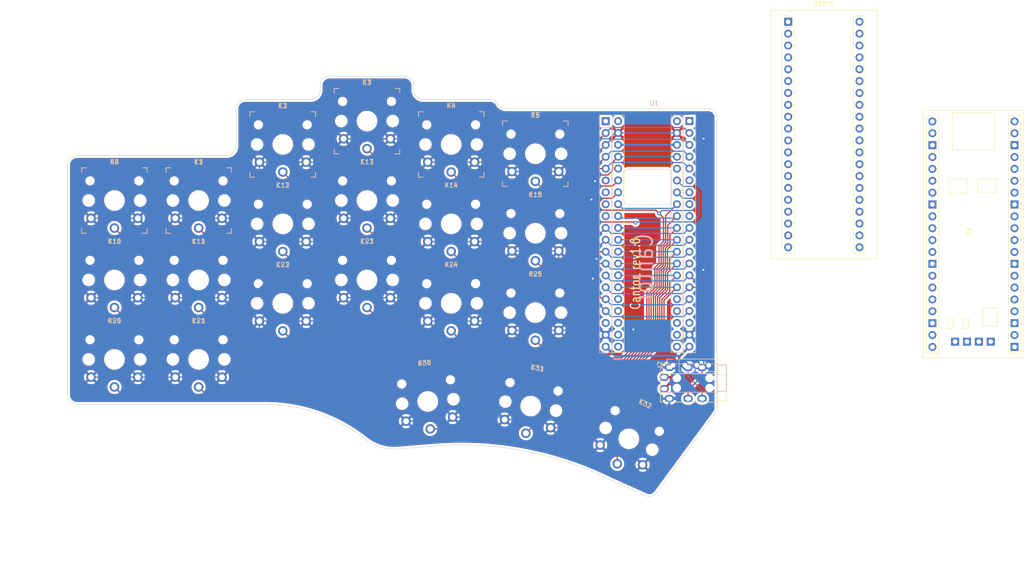
<source format=kicad_pcb>
(kicad_pcb (version 20211014) (generator pcbnew)
  (title_block (rev "rev1.0"))
  (layers (0 "F.Cu" signal) (31 "B.Cu" signal) (34 "B.Paste" user) (35 "F.Paste" user) (36 "B.SilkS" user "B.Silkscreen") (37 "F.SilkS" user "F.Silkscreen") (38 "B.Mask" user) (39 "F.Mask" user) (44 "Edge.Cuts" user))
  (net 0 "")
  (net 1 "+3V3")
  (net 2 "GND")
  (net 3 "/TX")
  (net 4 "/RX")
  (net 5 "/k00")
  (net 6 "/k01")
  (net 7 "/k02")
  (net 8 "/k03")
  (net 9 "/k04")
  (net 10 "/k05")
  (net 11 "/k10")
  (net 12 "/k11")
  (net 13 "/k12")
  (net 14 "/k13")
  (net 15 "/k14")
  (net 16 "/k15")
  (net 17 "/k20")
  (net 18 "/k21")
  (net 19 "/k22")
  (net 20 "/k23")
  (net 21 "/k24")
  (net 22 "/k25")
  (net 23 "/k30")
  (net 24 "/k31")
  (net 25 "/k32")
  (net 40 "unconnected-(U1-Pad38)")
  (net 41 "unconnected-(U1-Pad37)")
  (net 42 "unconnected-(U1-Pad35)")
  (net 43 "unconnected-(U1-Pad34)")
  (net 44 "unconnected-(U1-Pad33)")
  (net 45 "unconnected-(U1-Pad32)")
  (net 46 "unconnected-(U1-Pad31)")
  (net 47 "unconnected-(U1-Pad30)")
  (net 48 "unconnected-(U1-Pad29)")
  (net 49 "unconnected-(U1-Pad28)")
  (net 50 "unconnected-(U1-Pad27)")
  (net 51 "unconnected-(U1-Pad26)")
  (net 54 "unconnected-(U1-Pad17)")
  (net 55 "unconnected-(U1-Pad16)")
  (net 56 "unconnected-(U1-Pad15)")
  (net 58 "unconnected-(U1-Pad13)")
  (net 59 "unconnected-(U1-Pad12)")
  (net 60 "unconnected-(U1-Pad11)")
  (net 61 "unconnected-(U1-Pad10)")
  (net 62 "unconnected-(U1-Pad5)")
  (net 63 "unconnected-(U1-Pad4)")
  (net 64 "unconnected-(U1-Pad3)")
  (net 65 "unconnected-(U1-Pad2)")
  (net 79 "/SDA")
  (net 80 "/SCK")
  (footprint "keyswitches:SW_PG1350_reversible" (layer "F.Cu") (at 128 53)
    (fp_text reference "K3")
    (fp_text value "KEYSW")
  )
  (footprint "keyswitches:SW_PG1350_reversible" (layer "F.Cu") (at 164 94)
    (fp_text reference "K25")
    (fp_text value "KEYSW")
  )
  (footprint "keyswitches:SW_PG1350_reversible" (layer "F.Cu") (at 146 92)
    (fp_text reference "K24")
    (fp_text value "KEYSW")
  )
  (footprint "keyswitches:SW_PG1350_reversible" (layer "F.Cu") (at 92 104)
    (fp_text reference "K21")
    (fp_text value "KEYSW")
  )
  (footprint "Connector_PinSocket_2.54mm:PinSocket_1x04_P2.54mm_Vertical" (layer "F.Cu") (at 193.431 105.258 90)
    (fp_text reference "J2")
    (fp_text value "Conn_01x04_Female")
  )
  (footprint "rp2040:WeAct-RP2040-Pico" (layer "F.Cu") (at 257.683 77.216)
    (fp_text reference "U2")
    (fp_text value "WeAct-RP2040-Pico")
  )
  (footprint "keyswitches:SW_PG1350_reversible" (layer "F.Cu") (at 74 87)
    (fp_text reference "K10")
    (fp_text value "KEYSW")
  )
  (footprint "keyswitches:SW_PG1350_reversible" (layer "F.Cu") (at 92 70)
    (fp_text reference "K1")
    (fp_text value "KEYSW")
  )
  (footprint "keyswitches:SW_PG1350_reversible" (layer "F.Cu") (at 110 75)
    (fp_text reference "K12")
    (fp_text value "KEYSW")
  )
  (footprint "keyswitches:SW_PG1350_reversible" (layer "F.Cu") (at 141 113 5)
    (fp_text reference "K30")
    (fp_text value "KEYSW")
  )
  (footprint "keyswitches:SW_PG1350_reversible" (layer "F.Cu") (at 74 70)
    (fp_text reference "K0")
    (fp_text value "KEYSW")
  )
  (footprint "Footprints:YAAJ_WeAct_BlackPill_2" (layer "F.Cu") (at 218.059 31.75)
    (fp_text reference "REF**")
    (fp_text value "WeAct BlackPill" hide)
  )
  (footprint "keyswitches:SW_PG1350_reversible" (layer "F.Cu") (at 146 75)
    (fp_text reference "K14")
    (fp_text value "KEYSW")
  )
  (footprint "keyswitches:SW_PG1350_reversible" (layer "F.Cu") (at 146 58)
    (fp_text reference "K4")
    (fp_text value "KEYSW")
  )
  (footprint "keyswitches:SW_PG1350_reversible" (layer "F.Cu") (at 164 60)
    (fp_text reference "K5")
    (fp_text value "KEYSW")
  )
  (footprint "keyswitches:SW_PG1350_reversible" (layer "F.Cu") (at 128 87)
    (fp_text reference "K23")
    (fp_text value "KEYSW")
  )
  (footprint "keyswitches:SW_PG1350_reversible" (layer "F.Cu") (at 110 92)
    (fp_text reference "K22")
    (fp_text value "KEYSW")
  )
  (footprint "Keebio-Parts:TRRS-PJ-320A" (layer "F.Cu") (at 202.85 110.1 -90)
    (fp_text reference "J1")
    (fp_text value "TRRS")
  )
  (footprint "keyswitches:SW_PG1350_reversible" (layer "F.Cu") (at 110 58)
    (fp_text reference "K2")
    (fp_text value "KEYSW")
  )
  (footprint "keyswitches:SW_PG1350_reversible" (layer "F.Cu") (at 164 77)
    (fp_text reference "K15")
    (fp_text value "KEYSW")
  )
  (footprint "keyswitches:SW_PG1350_reversible" (layer "F.Cu") (at 184 121 -25)
    (fp_text reference "K32")
    (fp_text value "KEYSW")
  )
  (footprint "keyswitches:SW_PG1350_reversible" (layer "F.Cu") (at 92 87)
    (fp_text reference "K11")
    (fp_text value "KEYSW")
  )
  (footprint "Footprints:YAAJ_WeAct_BlackPill_2" (layer "F.Cu") (at 179.155 53)
    (fp_text reference "U1")
    (fp_text value "YAAJ_WeAct_BlackPill_Part_Like" hide)
  )
  (footprint "keyswitches:SW_PG1350_reversible" (layer "F.Cu") (at 74 104)
    (fp_text reference "K20")
    (fp_text value "KEYSW")
  )
  (footprint "keyswitches:SW_PG1350_reversible" (layer "F.Cu") (at 128 70)
    (fp_text reference "K13")
    (fp_text value "KEYSW")
  )
  (footprint "keyswitches:SW_PG1350_reversible" (layer "F.Cu") (at 163 114 -10)
    (fp_text reference "K31")
    (fp_text value "KEYSW")
  )
  (gr_line (start 182.9 69.9) (end 182.9 64.3) (layer "Edge.Cuts") (width 0.1))
  (gr_arc (start 201 50.4) (mid 202.272792 50.927208) (end 202.8 52.2) (layer "Edge.Cuts") (width 0.1))
  (gr_arc (start 100 50.4) (mid 100.585786 48.985786) (end 102 48.4) (layer "Edge.Cuts") (width 0.1))
  (gr_line (start 66 113.6) (end 106.5 113.6) (layer "Edge.Cuts") (width 0.1))
  (gr_line (start 189.949999 132.449999) (end 202.434044 115.487896) (layer "Edge.Cuts") (width 0.1))
  (gr_arc (start 134.5 123.175) (mid 130.930967 122.788889) (end 127.75 121.125) (layer "Edge.Cuts") (width 0.1))
  (gr_arc (start 118 45.4) (mid 118.585786 43.985786) (end 120 43.4) (layer "Edge.Cuts") (width 0.1))
  (gr_line (start 192.1 70.9) (end 183.9 70.9) (layer "Edge.Cuts") (width 0.1))
  (gr_line (start 201 50.4) (end 157.750002 50.399998) (layer "Edge.Cuts") (width 0.1))
  (gr_arc (start 182.9 64.3) (mid 183.192893 63.592893) (end 183.9 63.3) (layer "Edge.Cuts") (width 0.1))
  (gr_line (start 118 45.4) (end 118 46.4) (layer "Edge.Cuts") (width 0.1))
  (gr_line (start 138 46.4) (end 138 45.4) (layer "Edge.Cuts") (width 0.1))
  (gr_arc (start 193.1 69.9) (mid 192.807107 70.607107) (end 192.1 70.9) (layer "Edge.Cuts") (width 0.1))
  (gr_line (start 193.092893 64.3) (end 193.1 69.9) (layer "Edge.Cuts") (width 0.1))
  (gr_arc (start 202.8 114.4) (mid 202.70606 114.973899) (end 202.434044 115.487896) (layer "Edge.Cuts") (width 0.1))
  (gr_line (start 100 50.4) (end 100 58.4) (layer "Edge.Cuts") (width 0.1))
  (gr_line (start 98 60.4) (end 66 60.4) (layer "Edge.Cuts") (width 0.1))
  (gr_arc (start 136 43.4) (mid 137.414214 43.985786) (end 138 45.4) (layer "Edge.Cuts") (width 0.1))
  (gr_arc (start 118 46.4) (mid 117.414214 47.814214) (end 116 48.4) (layer "Edge.Cuts") (width 0.1))
  (gr_arc (start 66 113.6) (mid 64.585786 113.014214) (end 64 111.6) (layer "Edge.Cuts") (width 0.1))
  (gr_line (start 202.8 114.4) (end 202.8 113.2) (layer "Edge.Cuts") (width 0.1))
  (gr_line (start 141.8 122.600001) (end 134.5 123.175) (layer "Edge.Cuts") (width 0.1))
  (gr_line (start 180.129399 129.8) (end 187.513868 133.121447) (layer "Edge.Cuts") (width 0.1))
  (gr_arc (start 140 48.4) (mid 138.585786 47.814214) (end 138 46.4) (layer "Edge.Cuts") (width 0.1))
  (gr_arc (start 157.750002 50.399998) (mid 156.742216 50.132373) (end 156 49.4) (layer "Edge.Cuts") (width 0.1))
  (gr_line (start 64 62.4) (end 64 111.6) (layer "Edge.Cuts") (width 0.1))
  (gr_arc (start 192.092893 63.3) (mid 192.8 63.592893) (end 193.092893 64.3) (layer "Edge.Cuts") (width 0.1))
  (gr_arc (start 183.9 70.9) (mid 183.192893 70.607107) (end 182.9 69.9) (layer "Edge.Cuts") (width 0.1))
  (gr_line (start 136 43.4) (end 120 43.4) (layer "Edge.Cuts") (width 0.1))
  (gr_arc (start 64 62.4) (mid 64.585786 60.985786) (end 66 60.4) (layer "Edge.Cuts") (width 0.1))
  (gr_arc (start 106.5 113.600001) (mid 117.756229 115.57996) (end 127.75 121.125) (layer "Edge.Cuts") (width 0.1))
  (gr_line (start 183.9 63.3) (end 192.092893 63.3) (layer "Edge.Cuts") (width 0.1))
  (gr_line (start 116 48.4) (end 102 48.4) (layer "Edge.Cuts") (width 0.1))
  (gr_arc (start 154.3 48.4) (mid 155.286154 48.668538) (end 156 49.4) (layer "Edge.Cuts") (width 0.1))
  (gr_line (start 202.8 113.2) (end 202.8 52.2) (layer "Edge.Cuts") (width 0.1))
  (gr_arc (start 100 58.4) (mid 99.414214 59.814214) (end 98 60.4) (layer "Edge.Cuts") (width 0.1))
  (gr_arc (start 189.949999 132.449999) (mid 188.858511 133.244969) (end 187.513868 133.121447) (layer "Edge.Cuts") (width 0.1))
  (gr_line (start 154.3 48.4) (end 140 48.4) (layer "Edge.Cuts") (width 0.1))
  (gr_arc (start 141.8 122.600001) (mid 161.459797 123.564333) (end 180.129399 129.8) (layer "Edge.Cuts") (width 0.1))
  (gr_text "Cantor" (at 187.15 84.4 90) (layer "B.SilkS") (effects (font (size 4 3) (thickness 0.4)) (justify mirror)))
  (gr_text "Cantor rev1.0" (at 185.4 85.65 90) (layer "F.SilkS") (effects (font (size 2 1.5) (thickness 0.25))))
  (segment (start 193 107.8) (end 191.55 107.8) (width 0.5) (layer "F.Cu") (net 1))
  (segment (start 193 108.85) (end 191.55 110.3) (width 0.5) (layer "F.Cu") (net 1))
  (segment (start 194.75 103.445) (end 194.75 106.05) (width 0.5) (layer "F.Cu") (net 1))
  (segment (start 193.3 107.5) (end 193 107.8) (width 0.5) (layer "F.Cu") (net 1))
  (segment (start 196.935 101.26) (end 194.75 103.445) (width 0.5) (layer "F.Cu") (net 1))
  (segment (start 194.75 106.05) (end 193.3 107.5) (width 0.5) (layer "F.Cu") (net 1))
  (segment (start 193 107.8) (end 193 108.85) (width 0.5) (layer "F.Cu") (net 1))
  (segment (start 179.035 101.28) (end 181.005 103.25) (width 0.5) (layer "B.Cu") (net 1))
  (segment (start 194.945 103.25) (end 196.935 101.26) (width 0.5) (layer "B.Cu") (net 1))
  (segment (start 181.005 103.25) (end 194.945 103.25) (width 0.5) (layer "B.Cu") (net 1))
  (via (at 176.75 65.85) (size 0.8) (drill 0.4) (layers "F.Cu" "B.Cu") (net 2))
  (via (at 176.3 86.7) (size 0.8) (drill 0.4) (layers "F.Cu" "B.Cu") (net 2))
  (via (at 199.98 56.76) (size 0.8) (drill 0.4) (layers "F.Cu" "B.Cu") (net 2))
  (via (at 176 69.8) (size 0.8) (drill 0.4) (layers "F.Cu" "B.Cu") (net 2))
  (via (at 177.1 82.5) (size 0.8) (drill 0.4) (layers "F.Cu" "B.Cu") (net 2))
  (via (at 184.93 97.6) (size 0.8) (drill 0.4) (layers "F.Cu" "B.Cu") (net 2))
  (via (at 199.93 84.85) (size 0.8) (drill 0.4) (layers "F.Cu" "B.Cu") (net 2))
  (segment (start 136 56.8) (end 141 61.8) (width 0.25) (layer "B.Cu") (net 2))
  (segment (start 146.312165 116.349761) (end 156.89183 116.349761) (width 0.25) (layer "B.Cu") (net 2))
  (segment (start 194.255 55.54) (end 194.275 55.56) (width 0.25) (layer "B.Cu") (net 2))
  (segment (start 136.350218 117.221319) (end 145.440607 117.221319) (width 0.25) (layer "B.Cu") (net 2))
  (segment (start 79 90.8) (end 69 90.8) (width 0.25) (layer "B.Cu") (net 2))
  (segment (start 97 90.8) (end 100 90.8) (width 0.25) (layer "B.Cu") (net 2))
  (segment (start 115 78.8) (end 118 78.8) (width 0.25) (layer "B.Cu") (net 2))
  (segment (start 192.664511 99.914511) (end 195.740489 99.914511) (width 0.25) (layer "B.Cu") (net 2))
  (segment (start 115 95.8) (end 118 95.8) (width 0.25) (layer "B.Cu") (net 2))
  (segment (start 195.740489 99.914511) (end 196.935 98.72) (width 0.25) (layer "B.Cu") (net 2))
  (segment (start 196.10601 103.75) (end 197.25 103.75) (width 0.25) (layer "B.Cu") (net 2))
  (segment (start 79 107.8) (end 69 107.8) (width 0.25) (layer "B.Cu") (net 2))
  (segment (start 83.2 91.8) (end 86 91.8) (width 0.25) (layer "B.Cu") (net 2))
  (segment (start 87 107.8) (end 97 107.8) (width 0.25) (layer "B.Cu") (net 2))
  (segment (start 194.15601 105.7) (end 192.65 105.7) (width 0.25) (layer "B.Cu") (net 2))
  (segment (start 107.7 86.110114) (end 101.75 92.060114) (width 0.25) (layer "B.Cu") (net 2))
  (segment (start 136 90.8) (end 141 95.8) (width 0.25) (layer "B.Cu") (net 2))
  (segment (start 193.6 112.4) (end 192.65 112.4) (width 0.25) (layer "B.Cu") (net 2))
  (segment (start 154.55 78.7) (end 154.45 78.8) (width 0.25) (layer "B.Cu") (net 2))
  (segment (start 151 61.8) (end 154.55 61.8) (width 0.25) (layer "B.Cu") (net 2))
  (segment (start 87 73.8) (end 86 74.8) (width 0.25) (layer "B.Cu") (net 2))
  (segment (start 157 78.8) (end 159 80.8) (width 0.25) (layer "B.Cu") (net 2))
  (segment (start 118 78.8) (end 123 73.8) (width 0.25) (layer "B.Cu") (net 2))
  (segment (start 79 73.8) (end 69 73.8) (width 0.25) (layer "B.Cu") (net 2))
  (segment (start 141 78.8) (end 151 78.8) (width 0.25) (layer "B.Cu") (net 2))
  (segment (start 97 73.8) (end 105 65.8) (width 0.25) (layer "B.Cu") (net 2))
  (segment (start 155.55 95.8) (end 157 95.8) (width 0.25) (layer "B.Cu") (net 2))
  (segment (start 159 63.8) (end 169 63.8) (width 0.25) (layer "B.Cu") (net 2))
  (segment (start 195.5 110.5) (end 195.5 107.7) (width 0.25) (layer "B.Cu") (net 2))
  (segment (start 189.25 119.25) (end 184.434264 124.065736) (width 0.25) (layer "B.Cu") (net 2))
  (segment (start 80 74.8) (end 79 73.8) (width 0.25) (layer "B.Cu") (net 2))
  (segment (start 154.55 61.8) (end 154.55 78.7) (width 0.25) (layer "B.Cu") (net 2))
  (segment (start 86 74.8) (end 80 74.8) (width 0.25) (layer "B.Cu") (net 2))
  (segment (start 101.689886 92.060114) (end 101.475 92.275) (width 0.25) (layer "B.Cu") (net 2))
  (segment (start 133 73.8) (end 136 73.8) (width 0.25) (layer "B.Cu") (net 2))
  (segment (start 118 95.8) (end 123 90.8) (width 0.25) (layer "B.Cu") (net 2))
  (segment (start 178.095 97.8) (end 179.035 98.74) (width 0.25) (layer "B.Cu") (net 2))
  (segment (start 180.209511 99.914511) (end 192.664511 99.914511) (width 0.25) (layer "B.Cu") (net 2))
  (segment (start 105 65.8) (end 105 61.8) (width 0.25) (layer "B.Cu") (net 2))
  (segment (start 83.2 91.8) (end 82.2 90.8) (width 0.25) (layer "B.Cu") (net 2))
  (segment (start 195.5 107.7) (end 193.5 105.7) (width 0.25) (layer "B.Cu") (net 2))
  (segment (start 189.25 116.85) (end 192.65 113.45) (width 0.25) (layer "B.Cu") (net 2))
  (segment (start 87 73.8) (end 97 73.8) (width 0.25) (layer "B.Cu") (net 2))
  (segment (start 105 95.8) (end 115 95.8) (width 0.25) (layer "B.Cu") (net 2))
  (segment (start 100 73.8) (end 105 78.8) (width 0.25) (layer "B.Cu") (net 2))
  (segment (start 172.13949 118.61051) (end 172.13949 105.63551) (width 0.25) (layer "B.Cu") (net 2))
  (segment (start 169 63.8) (end 176.03 56.77) (width 0.25) (layer "B.Cu") (net 2))
  (segment (start 165.527695 116.874029) (end 167.264176 118.61051) (width 0.25) (layer "B.Cu") (net 2))
  (segment (start 87 90.8) (end 97 90.8) (width 0.25) (layer "B.Cu") (net 2))
  (segment (start 100 90.8) (end 101.475 92.275) (width 0.25) (layer "B.Cu") (net 2))
  (segment (start 79 107.8) (end 87 107.8) (width 0.25) (layer "B.Cu") (net 2))
  (segment (start 174.142144 118.61051) (end 177.862512 122.330878) (width 0.25) (layer "B.Cu") (net 2))
  (segment (start 123 90.8) (end 133 90.8) (width 0.25) (layer "B.Cu") (net 2))
  (segment (start 105 99.8) (end 105 95.8) (width 0.25) (layer "B.Cu") (net 2))
  (segment (start 155.55 78.8) (end 155.55 95.8) (width 0.25) (layer "B.Cu") (net 2))
  (segment (start 101.475 92.275) (end 105 95.8) (width 0.25) (layer "B.Cu") (net 2))
  (segment (start 157 95.8) (end 159 97.8) (width 0.25) (layer "B.Cu") (net 2))
  (segment (start 151 95.8) (end 155.55 95.8) (width 0.25) (layer "B.Cu") (net 2))
  (segment (start 107.7 78.8) (end 107.7 86.110114) (width 0.25) (layer "B.Cu") (net 2))
  (segment (start 179.729282 56.77) (end 180.959282 55.54) (width 0.25) (layer "B.Cu") (net 2))
  (segment (start 169 83.5) (end 174.55 89.05) (width 0.25) (layer "B.Cu") (net 2))
  (segment (start 97 73.8) (end 100 73.8) (width 0.25) (layer "B.Cu") (net 2))
  (segment (start 157 61.8) (end 159 63.8) (width 0.25) (layer "B.Cu") (net 2))
  (segment (start 86 91.8) (end 87 90.8) (width 0.25) (layer "B.Cu") (net 2))
  (segment (start 193.5 105.7) (end 192.65 105.7) (width 0.25) (layer "B.Cu") (net 2))
  (segment (start 198.75 100.535) (end 196.935 98.72) (width 0.25) (layer "B.Cu") (net 2))
  (segment (start 101.75 92.060114) (end 101.689886 92.060114) (width 0.25) (layer "B.Cu") (net 2))
  (segment (start 181.695 55.54) (end 194.255 55.54) (width 0.25) (layer "B.Cu") (net 2))
  (segment (start 192.65 113.45) (end 192.65 112.4) (width 0.25) (layer "B.Cu") (net 2))
  (segment (start 141 95.8) (end 151 95.8) (width 0.25) (layer "B.Cu") (net 2))
  (segment (start 167.264176 118.61051) (end 172.13949 118.61051) (width 0.25) (layer "B.Cu") (net 2))
  (segment (start 169 80.8) (end 169 83.5) (width 0.25) (layer "B.Cu") (net 2))
  (segment (start 157.416098 116.874029) (end 165.527695 116.874029) (width 0.25) (layer "B.Cu") (net 2))
  (segment (start 123 56.8) (end 133 56.8) (width 0.25) (layer "B.Cu") (net 2))
  (segment (start 136 73.8) (end 141 78.8) (width 0.25) (layer "B.Cu") (net 2))
  (segment (start 145.440607 117.221319) (end 146.312165 116.349761) (width 0.25) (layer "B.Cu") (net 2))
  (segment (start 184.434264 124.065736) (end 186.92559 126.557061) (width 0.25) (layer "B.Cu") (net 2))
  (segment (start 172.13949 105.63551) (end 179.035 98.74) (width 0.25) (layer "B.Cu") (net 2))
  (segment (start 172.13949 118.61051) (end 174.142144 118.61051) (width 0.25) (layer "B.Cu") (net 2))
  (segment (start 141 61.8) (end 151 61.8) (width 0.25) (layer "B.Cu") (net 2))
  (segment (start 154.45 78.8) (end 155.55 78.8) (width 0.25) (layer "B.Cu") (net 2))
  (segment (start 195.5 110.5) (end 193.6 112.4) (width 0.25) (layer "B.Cu") (net 2))
  (segment (start 82.2 90.8) (end 79 90.8) (width 0.25) (layer "B.Cu") (net 2))
  (segment (start 174.55 97.8) (end 178.095 97.8) (width 0.25) (layer "B.Cu") (net 2))
  (segment (start 151 78.8) (end 154.45 78.8) (width 0.25) (layer "B.Cu") (net 2))
  (segment (start 154.55 61.8) (end 157 61.8) (width 0.25) (layer "B.Cu") (net 2))
  (segment (start 193.2 112.3) (end 192.6625 112.3) (width 0.25) (layer "B.Cu") (net 2))
  (segment (start 177.862512 122.330878) (end 178.878511 123.346877) (width 0.25) (layer "B.Cu") (net 2))
  (segment (start 174.55 89.05) (end 174.55 97.8) (width 0.25) (layer "B.Cu") (net 2))
  (segment (start 169 97.8) (end 174.55 97.8) (width 0.25) (layer "B.Cu") (net 2))
  (segment (start 196.10601 103.75) (end 194.15601 105.7) (width 0.25) (layer "B.Cu") (net 2))
  (segment (start 118 61.8) (end 123 56.8) (width 0.25) (layer "B.Cu") (net 2))
  (segment (start 156.89183 116.349761) (end 157.416098 116.874029) (width 0.25) (layer "B.Cu") (net 2))
  (segment (start 105 61.8) (end 115 61.8) (width 0.25) (layer "B.Cu") (net 2))
  (segment (start 179.035 98.74) (end 180.209511 99.914511) (width 0.25) (layer "B.Cu") (net 2))
  (segment (start 178.878511 123.346877) (end 183.715406 123.346877) (width 0.25) (layer "B.Cu") (net 2))
  (segment (start 192.65 99.929022) (end 192.664511 99.914511) (width 0.25) (layer "B.Cu") (net 2))
  (segment (start 155.55 78.8) (end 157 78.8) (width 0.25) (layer "B.Cu") (net 2))
  (segment (start 107.7 78.8) (end 115 78.8) (width 0.25) (layer "B.Cu") (net 2))
  (segment (start 123 73.8) (end 133 73.8) (width 0.25) (layer "B.Cu") (net 2))
  (segment (start 159 97.8) (end 169 97.8) (width 0.25) (layer "B.Cu") (net 2))
  (segment (start 115 61.8) (end 118 61.8) (width 0.25) (layer "B.Cu") (net 2))
  (segment (start 183.715406 123.346877) (end 184.434264 124.065736) (width 0.25) (layer "B.Cu") (net 2))
  (segment (start 180.959282 55.54) (end 181.695 55.54) (width 0.25) (layer "B.Cu") (net 2))
  (segment (start 133 90.8) (end 136 90.8) (width 0.25) (layer "B.Cu") (net 2))
  (segment (start 189.25 116.85) (end 189.25 119.25) (width 0.25) (layer "B.Cu") (net 2))
  (segment (start 159 80.8) (end 169 80.8) (width 0.25) (layer "B.Cu") (net 2))
  (segment (start 197.25 103.75) (end 198.75 102.25) (width 0.25) (layer "B.Cu") (net 2))
  (segment (start 198.75 102.25) (end 198.75 100.535) (width 0.25) (layer "B.Cu") (net 2))
  (segment (start 133 56.8) (end 136 56.8) (width 0.25) (layer "B.Cu") (net 2))
  (segment (start 176.03 56.77) (end 179.729282 56.77) (width 0.25) (layer "B.Cu") (net 2))
  (segment (start 105 78.8) (end 107.7 78.8) (width 0.25) (layer "B.Cu") (net 2))
  (segment (start 97 107.8) (end 105 99.8) (width 0.25) (layer "B.Cu") (net 2))
  (segment (start 200 105.35) (end 199.65 105.7) (width 0.25) (layer "F.Cu") (net 3))
  (segment (start 196.65 110.6) (end 196.65 112.4) (width 0.25) (layer "F.Cu") (net 3))
  (segment (start 199.65 107.6) (end 199.65 105.7) (width 0.25) (layer "F.Cu") (net 3))
  (segment (start 199.65 107.6) (end 196.65 110.6) (width 0.25) (layer "F.Cu") (net 3))
  (segment (start 196.935 86.02) (end 200 89.085) (width 0.25) (layer "F.Cu") (net 3))
  (segment (start 200 89.085) (end 200 105.35) (width 0.25) (layer "F.Cu") (net 3))
  (segment (start 193.786995 87.213005) (end 193.788501 87.214511) (width 0.25) (layer "B.Cu") (net 3))
  (segment (start 179.035 86.04) (end 180.208005 87.213005) (width 0.25) (layer "B.Cu") (net 3))
  (segment (start 195.740489 87.214511) (end 196.935 86.02) (width 0.25) (layer "B.Cu") (net 3))
  (segment (start 193.788501 87.214511) (end 195.740489 87.214511) (width 0.25) (layer "B.Cu") (net 3))
  (segment (start 180.208005 87.213005) (end 193.786995 87.213005) (width 0.25) (layer "B.Cu") (net 3))
  (segment (start 181.695 58.08) (end 194.255 58.08) (width 0.5) (layer "B.Cu") (net 40))
  (segment (start 194.255 58.08) (end 194.275 58.1) (width 0.25) (layer "B.Cu") (net 40))
  (segment (start 115.385718 66.5) (end 106 66.5) (width 0.25) (layer "F.Cu") (net 41))
  (segment (start 180.5 63.566988) (end 179.521499 64.545489) (width 0.25) (layer "F.Cu") (net 41))
  (segment (start 101.25 73.75) (end 97.19952 77.80048) (width 0.25) (layer "F.Cu") (net 41))
  (segment (start 176.400947 64.545489) (end 171.496915 69.44952) (width 0.25) (layer "F.Cu") (net 41))
  (segment (start 181.695 60.62) (end 180.5 61.815) (width 0.25) (layer "F.Cu") (net 41))
  (segment (start 180.5 61.815) (end 180.5 63.566988) (width 0.25) (layer "F.Cu") (net 41))
  (segment (start 97.19952 77.80048) (end 94.90048 77.80048) (width 0.25) (layer "F.Cu") (net 41))
  (segment (start 141.067859 66.817859) (end 136.69952 62.44952) (width 0.25) (layer "F.Cu") (net 41))
  (segment (start 156.682141 66.817859) (end 141.067859 66.817859) (width 0.25) (layer "F.Cu") (net 41))
  (segment (start 179.521499 64.545489) (end 176.400947 64.545489) (width 0.25) (layer "F.Cu") (net 41))
  (segment (start 93.9 77.8) (end 92 75.9) (width 0.25) (layer "F.Cu") (net 41))
  (segment (start 94.90048 77.80048) (end 94.9 77.8) (width 0.25) (layer "F.Cu") (net 41))
  (segment (start 106 66.5) (end 101.25 71.25) (width 0.25) (layer "F.Cu") (net 41))
  (segment (start 101.25 71.25) (end 101.25 73.75) (width 0.25) (layer "F.Cu") (net 41))
  (segment (start 119.436198 62.44952) (end 115.385718 66.5) (width 0.25) (layer "F.Cu") (net 41))
  (segment (start 94.9 77.8) (end 93.9 77.8) (width 0.25) (layer "F.Cu") (net 41))
  (segment (start 136.69952 62.44952) (end 119.436198 62.44952) (width 0.25) (layer "F.Cu") (net 41))
  (segment (start 171.496915 69.44952) (end 159.313803 69.44952) (width 0.25) (layer "F.Cu") (net 41))
  (segment (start 159.313803 69.44952) (end 156.682141 66.817859) (width 0.25) (layer "F.Cu") (net 41))
  (segment (start 194.255 60.62) (end 194.275 60.64) (width 0.25) (layer "B.Cu") (net 41))
  (segment (start 181.695 60.62) (end 194.255 60.62) (width 0.25) (layer "B.Cu") (net 41))
  (segment (start 76.35 78.25) (end 74 75.9) (width 0.25) (layer "F.Cu") (net 42))
  (segment (start 115.571915 66.94952) (end 106.186198 66.94952) (width 0.25) (layer "F.Cu") (net 42))
  (segment (start 176.384072 74.6) (end 171.683112 69.89904) (width 0.25) (layer "F.Cu") (net 42))
  (segment (start 159.127604 69.89904) (end 156.495943 67.267379) (width 0.25) (layer "F.Cu") (net 42))
  (segment (start 101.69952 71.436198) (end 101.69952 73.936198) (width 0.25) (layer "F.Cu") (net 42))
  (segment (start 181.695 65.7) (end 180.500489 66.894511) (width 0.25) (layer "F.Cu") (net 42))
  (segment (start 140.767379 67.267379) (end 136.39904 62.89904) (width 0.25) (layer "F.Cu") (net 42))
  (segment (start 119.622396 62.89904) (end 115.571915 66.94952) (width 0.25) (layer "F.Cu") (net 42))
  (segment (start 174.687642 66.894511) (end 171.683112 69.89904) (width 0.25) (layer "F.Cu") (net 42))
  (segment (start 97.385717 78.25) (end 76.35 78.25) (width 0.25) (layer "F.Cu") (net 42))
  (segment (start 156.495943 67.267379) (end 140.767379 67.267379) (width 0.25) (layer "F.Cu") (net 42))
  (segment (start 185.28 74.6) (end 176.384072 74.6) (width 0.25) (layer "F.Cu") (net 42))
  (segment (start 185.42 74.74) (end 185.28 74.6) (width 0.25) (layer "F.Cu") (net 42))
  (segment (start 171.683112 69.89904) (end 159.127604 69.89904) (width 0.25) (layer "F.Cu") (net 42))
  (segment (start 136.39904 62.89904) (end 119.622396 62.89904) (width 0.25) (layer "F.Cu") (net 42))
  (segment (start 101.69952 73.936198) (end 97.385717 78.25) (width 0.25) (layer "F.Cu") (net 42))
  (segment (start 106.186198 66.94952) (end 101.69952 71.436198) (width 0.25) (layer "F.Cu") (net 42))
  (segment (start 180.500489 66.894511) (end 174.687642 66.894511) (width 0.25) (layer "F.Cu") (net 42))
  (via (at 185.42 74.74) (size 0.8) (drill 0.4) (layers "F.Cu" "B.Cu") (net 42))
  (segment (start 197.63 74.59) (end 185.57 74.59) (width 0.25) (layer "B.Cu") (net 42))
  (segment (start 197.63 66.97) (end 198.95 68.29) (width 0.25) (layer "B.Cu") (net 42))
  (segment (start 194.275 65.72) (end 195.525 66.97) (width 0.25) (layer "B.Cu") (net 42))
  (segment (start 198.95 73.27) (end 197.63 74.59) (width 0.25) (layer "B.Cu") (net 42))
  (segment (start 198.95 68.29) (end 198.95 73.27) (width 0.25) (layer "B.Cu") (net 42))
  (segment (start 195.525 66.97) (end 197.63 66.97) (width 0.25) (layer "B.Cu") (net 42))
  (segment (start 185.57 74.59) (end 185.42 74.74) (width 0.25) (layer "B.Cu") (net 42))
  (segment (start 191.406081 78.746049) (end 190.452401 79.69973) (width 0.25) (layer "F.Cu") (net 43))
  (segment (start 189.563002 88.032811) (end 187.85096 89.744855) (width 0.25) (layer "F.Cu") (net 43))
  (segment (start 178.473012 69.51) (end 180.425 69.51) (width 0.25) (layer "F.Cu") (net 43))
  (segment (start 187.85096 98.39904) (end 182.54808 103.70192) (width 0.25) (layer "F.Cu") (net 43))
  (segment (start 177.72 70.263012) (end 178.473012 69.51) (width 0.25) (layer "F.Cu") (net 43))
  (segment (start 190.452401 79.69973) (end 190.452401 83.469011) (width 0.25) (layer "F.Cu") (net 43))
  (segment (start 187.85096 89.744855) (end 187.85096 98.39904) (width 0.25) (layer "F.Cu") (net 43))
  (segment (start 191.406081 73.706081) (end 191.406081 78.746049) (width 0.25) (layer "F.Cu") (net 43))
  (segment (start 189.76 72.06) (end 178.33 72.06) (width 0.25) (layer "F.Cu") (net 43))
  (segment (start 180.425 69.51) (end 181.695 68.24) (width 0.25) (layer "F.Cu") (net 43))
  (segment (start 167.80192 103.70192) (end 164 99.9) (width 0.25) (layer "F.Cu") (net 43))
  (segment (start 190.45 72.75) (end 191.406081 73.706081) (width 0.25) (layer "F.Cu") (net 43))
  (segment (start 182.54808 103.70192) (end 167.80192 103.70192) (width 0.25) (layer "F.Cu") (net 43))
  (segment (start 177.72 71.45) (end 177.72 70.263012) (width 0.25) (layer "F.Cu") (net 43))
  (segment (start 190.45 72.75) (end 189.76 72.06) (width 0.25) (layer "F.Cu") (net 43))
  (segment (start 190.452401 83.469011) (end 189.563003 84.35841) (width 0.25) (layer "F.Cu") (net 43))
  (segment (start 178.33 72.06) (end 177.72 71.45) (width 0.25) (layer "F.Cu") (net 43))
  (segment (start 189.563003 84.35841) (end 189.563002 88.032811) (width 0.25) (layer "F.Cu") (net 43))
  (via (at 190.45 72.75) (size 0.8) (drill 0.4) (layers "F.Cu" "B.Cu") (net 43))
  (segment (start 198.31 70.26) (end 197.57 69.52) (width 0.25) (layer "B.Cu") (net 43))
  (segment (start 198.31 71.36) (end 198.31 70.26) (width 0.25) (layer "B.Cu") (net 43))
  (segment (start 197.53 72.14) (end 198.31 71.36) (width 0.25) (layer "B.Cu") (net 43))
  (segment (start 197.57 69.52) (end 195.535 69.52) (width 0.25) (layer "B.Cu") (net 43))
  (segment (start 194.255 68.24) (end 194.275 68.26) (width 0.25) (layer "B.Cu") (net 43))
  (segment (start 190.45 72.75) (end 191.06 72.14) (width 0.25) (layer "B.Cu") (net 43))
  (segment (start 195.535 69.52) (end 194.275 68.26) (width 0.25) (layer "B.Cu") (net 43))
  (segment (start 191.06 72.14) (end 197.53 72.14) (width 0.25) (layer "B.Cu") (net 43))
  (segment (start 190.012523 84.544607) (end 190.012522 88.219009) (width 0.25) (layer "F.Cu") (net 44))
  (segment (start 152.25144 104.15144) (end 146 97.9) (width 0.25) (layer "F.Cu") (net 44))
  (segment (start 182.827124 104.15144) (end 152.25144 104.15144) (width 0.25) (layer "F.Cu") (net 44))
  (segment (start 188.30048 98.678084) (end 182.827124 104.15144) (width 0.25) (layer "F.Cu") (net 44))
  (segment (start 194.275 70.8) (end 191.855601 73.219399) (width 0.25) (layer "F.Cu") (net 44))
  (segment (start 190.90192 83.65521) (end 190.012523 84.544607) (width 0.25) (layer "F.Cu") (net 44))
  (segment (start 191.855601 73.219399) (end 191.855601 78.932247) (width 0.25) (layer "F.Cu") (net 44))
  (segment (start 190.012522 88.219009) (end 188.30048 89.931052) (width 0.25) (layer "F.Cu") (net 44))
  (segment (start 191.855601 78.932247) (end 190.901921 79.885927) (width 0.25) (layer "F.Cu") (net 44))
  (segment (start 190.901921 79.885927) (end 190.90192 83.65521) (width 0.25) (layer "F.Cu") (net 44))
  (segment (start 188.30048 89.931052) (end 188.30048 98.678084) (width 0.25) (layer "F.Cu") (net 44))
  (segment (start 193.395 71.68) (end 194.275 70.8) (width 0.25) (layer "B.Cu") (net 44))
  (segment (start 182.595 71.68) (end 193.395 71.68) (width 0.25) (layer "B.Cu") (net 44))
  (segment (start 194.255 70.78) (end 194.275 70.8) (width 0.25) (layer "B.Cu") (net 44))
  (segment (start 181.695 70.78) (end 182.595 71.68) (width 0.25) (layer "B.Cu") (net 44))
  (segment (start 194.275 73.34) (end 192.305121 75.309879) (width 0.25) (layer "F.Cu") (net 45))
  (segment (start 192.305121 79.118444) (end 191.35144 80.072126) (width 0.25) (layer "F.Cu") (net 45))
  (segment (start 191.35144 80.072126) (end 191.35144 83.841407) (width 0.25) (layer "F.Cu") (net 45))
  (segment (start 183.013322 104.60096) (end 139.70096 104.60096) (width 0.25) (layer "F.Cu") (net 45))
  (segment (start 192.305121 75.309879) (end 192.305121 79.118444) (width 0.25) (layer "F.Cu") (net 45))
  (segment (start 188.75 90.117249) (end 188.75 98.864282) (width 0.25) (layer "F.Cu") (net 45))
  (segment (start 190.462042 84.730806) (end 190.462042 88.405207) (width 0.25) (layer "F.Cu") (net 45))
  (segment (start 190.462042 88.405207) (end 188.75 90.117249) (width 0.25) (layer "F.Cu") (net 45))
  (segment (start 139.70096 104.60096) (end 128 92.9) (width 0.25) (layer "F.Cu") (net 45))
  (segment (start 191.35144 83.841407) (end 190.462042 84.730806) (width 0.25) (layer "F.Cu") (net 45))
  (segment (start 188.75 98.864282) (end 183.013322 104.60096) (width 0.25) (layer "F.Cu") (net 45))
  (segment (start 181.695 73.32) (end 182.135 73.76) (width 0.25) (layer "B.Cu") (net 45))
  (segment (start 182.135 73.76) (end 193.855 73.76) (width 0.25) (layer "B.Cu") (net 45))
  (segment (start 193.855 73.76) (end 194.275 73.34) (width 0.25) (layer "B.Cu") (net 45))
  (segment (start 135.436197 101.05048) (end 113.15048 101.05048) (width 0.25) (layer "F.Cu") (net 46))
  (segment (start 192.754641 77.400359) (end 192.754641 79.304641) (width 0.25) (layer "F.Cu") (net 46))
  (segment (start 139.436197 105.05048) (end 135.436197 101.05048) (width 0.25) (layer "F.Cu") (net 46))
  (segment (start 191.80096 84.027605) (end 190.911562 84.917003) (width 0.25) (layer "F.Cu") (net 46))
  (segment (start 190.911562 84.917003) (end 190.911561 88.591406) (width 0.25) (layer "F.Cu") (net 46))
  (segment (start 189.25 90.252967) (end 189.25 99) (width 0.25) (layer "F.Cu") (net 46))
  (segment (start 113.15048 101.05048) (end 110 97.9) (width 0.25) (layer "F.Cu") (net 46))
  (segment (start 183.19952 105.05048) (end 139.436197 105.05048) (width 0.25) (layer "F.Cu") (net 46))
  (segment (start 189.25 99) (end 183.19952 105.05048) (width 0.25) (layer "F.Cu") (net 46))
  (segment (start 191.80096 80.258323) (end 191.80096 84.027605) (width 0.25) (layer "F.Cu") (net 46))
  (segment (start 190.911561 88.591406) (end 189.25 90.252967) (width 0.25) (layer "F.Cu") (net 46))
  (segment (start 194.275 75.88) (end 192.754641 77.400359) (width 0.25) (layer "F.Cu") (net 46))
  (segment (start 192.754641 79.304641) (end 191.80096 80.258323) (width 0.25) (layer "F.Cu") (net 46))
  (segment (start 194.255 75.86) (end 194.275 75.88) (width 0.25) (layer "B.Cu") (net 46))
  (segment (start 181.695 75.86) (end 194.255 75.86) (width 0.25) (layer "B.Cu") (net 46))
  (segment (start 191.361081 85.103202) (end 191.361081 88.777604) (width 0.25) (layer "F.Cu") (net 47))
  (segment (start 191.361081 88.777604) (end 189.70192 90.436765) (width 0.25) (layer "F.Cu") (net 47))
  (segment (start 183.457128 105.5) (end 139.25 105.5) (width 0.25) (layer "F.Cu") (net 47))
  (segment (start 135.25 101.5) (end 108 101.5) (width 0.25) (layer "F.Cu") (net 47))
  (segment (start 189.70192 99.255208) (end 183.457128 105.5) (width 0.25) (layer "F.Cu") (net 47))
  (segment (start 108 101.5) (end 98.44952 111.05048) (width 0.25) (layer "F.Cu") (net 47))
  (segment (start 139.25 105.5) (end 135.25 101.5) (width 0.25) (layer "F.Cu") (net 47))
  (segment (start 194.275 78.42) (end 192.25048 80.44452) (width 0.25) (layer "F.Cu") (net 47))
  (segment (start 93.15048 111.05048) (end 92 109.9) (width 0.25) (layer "F.Cu") (net 47))
  (segment (start 192.25048 84.213802) (end 191.361081 85.103202) (width 0.25) (layer "F.Cu") (net 47))
  (segment (start 189.70192 90.436765) (end 189.70192 99.255208) (width 0.25) (layer "F.Cu") (net 47))
  (segment (start 98.44952 111.05048) (end 93.15048 111.05048) (width 0.25) (layer "F.Cu") (net 47))
  (segment (start 192.25048 80.44452) (end 192.25048 84.213802) (width 0.25) (layer "F.Cu") (net 47))
  (segment (start 194.255 78.4) (end 194.275 78.42) (width 0.25) (layer "B.Cu") (net 47))
  (segment (start 181.695 78.4) (end 194.255 78.4) (width 0.25) (layer "B.Cu") (net 47))
  (segment (start 191.810601 85.289399) (end 191.810601 88.963802) (width 0.25) (layer "F.Cu") (net 48))
  (segment (start 183.592846 106) (end 139.114282 106) (width 0.25) (layer "F.Cu") (net 48))
  (segment (start 190.15144 99.441406) (end 183.592846 106) (width 0.25) (layer "F.Cu") (net 48))
  (segment (start 191.810601 88.963802) (end 190.15144 90.622963) (width 0.25) (layer "F.Cu") (net 48))
  (segment (start 190.15144 90.622963) (end 190.15144 99.441406) (width 0.25) (layer "F.Cu") (net 48))
  (segment (start 139.114282 106) (end 135.063802 101.94952) (width 0.25) (layer "F.Cu") (net 48))
  (segment (start 75.6 111.5) (end 74 109.9) (width 0.25) (layer "F.Cu") (net 48))
  (segment (start 192.7 84.4) (end 191.810601 85.289399) (width 0.25) (layer "F.Cu") (net 48))
  (segment (start 192.7 82.535) (end 192.7 84.4) (width 0.25) (layer "F.Cu") (net 48))
  (segment (start 108.30048 101.94952) (end 98.75 111.5) (width 0.25) (layer "F.Cu") (net 48))
  (segment (start 98.75 111.5) (end 75.6 111.5) (width 0.25) (layer "F.Cu") (net 48))
  (segment (start 194.275 80.96) (end 192.7 82.535) (width 0.25) (layer "F.Cu") (net 48))
  (segment (start 135.063802 101.94952) (end 108.30048 101.94952) (width 0.25) (layer "F.Cu") (net 48))
  (segment (start 181.695 80.94) (end 194.255 80.94) (width 0.25) (layer "B.Cu") (net 48))
  (segment (start 194.255 80.94) (end 194.275 80.96) (width 0.25) (layer "B.Cu") (net 48))
  (segment (start 155.75 110.75) (end 147.622451 118.877549) (width 0.25) (layer "F.Cu") (net 49))
  (segment (start 162 110.75) (end 155.75 110.75) (width 0.25) (layer "F.Cu") (net 49))
  (segment (start 192.260121 89.15) (end 190.60096 90.809161) (width 0.25) (layer "F.Cu") (net 49))
  (segment (start 147.622451 118.877549) (end 141.514219 118.877549) (width 0.25) (layer "F.Cu") (net 49))
  (segment (start 190.60096 99.627604) (end 181.228564 109) (width 0.25) (layer "F.Cu") (net 49))
  (segment (start 163.75 109) (end 162 110.75) (width 0.25) (layer "F.Cu") (net 49))
  (segment (start 194.275 83.5) (end 192.260121 85.514879) (width 0.25) (layer "F.Cu") (net 49))
  (segment (start 190.60096 90.809161) (end 190.60096 99.627604) (width 0.25) (layer "F.Cu") (net 49))
  (segment (start 192.260121 85.514879) (end 192.260121 89.15) (width 0.25) (layer "F.Cu") (net 49))
  (segment (start 181.228564 109) (end 163.75 109) (width 0.25) (layer "F.Cu") (net 49))
  (segment (start 194.255 83.48) (end 194.275 83.5) (width 0.25) (layer "B.Cu") (net 49))
  (segment (start 181.695 83.48) (end 194.255 83.48) (width 0.25) (layer "B.Cu") (net 49))
  (segment (start 191.05048 91.168803) (end 191.05048 99.813802) (width 0.25) (layer "F.Cu") (net 50))
  (segment (start 174.364282 116.5) (end 165.285842 116.5) (width 0.25) (layer "F.Cu") (net 50))
  (segment (start 192.709641 89.509641) (end 191.05048 91.168803) (width 0.25) (layer "F.Cu") (net 50))
  (segment (start 194.275 86.04) (end 192.709641 87.605359) (width 0.25) (layer "F.Cu") (net 50))
  (segment (start 192.709641 87.605359) (end 192.709641 89.509641) (width 0.25) (layer "F.Cu") (net 50))
  (segment (start 165.285842 116.5) (end 161.975476 119.810366) (width 0.25) (layer "F.Cu") (net 50))
  (segment (start 191.05048 99.813802) (end 174.364282 116.5) (width 0.25) (layer "F.Cu") (net 50))
  (segment (start 181.695 86.02) (end 194.255 86.02) (width 0.25) (layer "B.Cu") (net 50))
  (segment (start 194.255 86.02) (end 194.275 86.04) (width 0.25) (layer "B.Cu") (net 50))
  (segment (start 182.5 109) (end 182.5 118) (width 0.25) (layer "F.Cu") (net 51))
  (segment (start 194.275 88.58) (end 191.5 91.355) (width 0.25) (layer "F.Cu") (net 51))
  (segment (start 191.5 100) (end 182.5 109) (width 0.25) (layer "F.Cu") (net 51))
  (segment (start 182.5 118) (end 181.506552 118.993448) (width 0.25) (layer "F.Cu") (net 51))
  (segment (start 181.506552 118.993448) (end 181.506552 126.347216) (width 0.25) (layer "F.Cu") (net 51))
  (segment (start 191.5 91.355) (end 191.5 100) (width 0.25) (layer "F.Cu") (net 51))
  (segment (start 181.695 88.56) (end 194.255 88.56) (width 0.25) (layer "B.Cu") (net 51))
  (segment (start 194.255 88.56) (end 194.275 88.58) (width 0.25) (layer "B.Cu") (net 51))
  (segment (start 142.364282 86.135717) (end 135.745944 79.517379) (width 0.25) (layer "F.Cu") (net 54))
  (segment (start 106.135718 83.75) (end 100.75 89.135718) (width 0.25) (layer "F.Cu") (net 54))
  (segment (start 114.021436 83.75) (end 106.135718 83.75) (width 0.25) (layer "F.Cu") (net 54))
  (segment (start 118.254057 79.517379) (end 114.021436 83.75) (width 0.25) (layer "F.Cu") (net 54))
  (segment (start 177.5 90.9) (end 172.99904 86.39904) (width 0.25) (layer "F.Cu") (net 54))
  (segment (start 135.745944 79.517379) (end 118.254057 79.517379) (width 0.25) (layer "F.Cu") (net 54))
  (segment (start 142.627604 86.39904) (end 142.364282 86.135717) (width 0.25) (layer "F.Cu") (net 54))
  (segment (start 100.75 92) (end 98 94.75) (width 0.25) (layer "F.Cu") (net 54))
  (segment (start 98 94.75) (end 75.85 94.75) (width 0.25) (layer "F.Cu") (net 54))
  (segment (start 100.75 89.135718) (end 100.75 92) (width 0.25) (layer "F.Cu") (net 54))
  (segment (start 179.035 93.66) (end 177.5 92.125) (width 0.25) (layer "F.Cu") (net 54))
  (segment (start 177.5 92.125) (end 177.5 90.9) (width 0.25) (layer "F.Cu") (net 54))
  (segment (start 172.99904 86.39904) (end 142.627604 86.39904) (width 0.25) (layer "F.Cu") (net 54))
  (segment (start 75.85 94.75) (end 74 92.9) (width 0.25) (layer "F.Cu") (net 54))
  (segment (start 179.035 93.66) (end 180.209511 94.834511) (width 0.25) (layer "B.Cu") (net 54))
  (segment (start 180.209511 94.834511) (end 195.740489 94.834511) (width 0.25) (layer "B.Cu") (net 54))
  (segment (start 195.740489 94.834511) (end 196.935 93.64) (width 0.25) (layer "B.Cu") (net 54))
  (segment (start 173.18952 85.94952) (end 142.813802 85.94952) (width 0.25) (layer "F.Cu") (net 55))
  (segment (start 100.30048 91.813802) (end 97.813802 94.30048) (width 0.25) (layer "F.Cu") (net 55))
  (segment (start 93.40048 94.30048) (end 92 92.9) (width 0.25) (layer "F.Cu") (net 55))
  (segment (start 118.067859 79.067859) (end 113.885718 83.25) (width 0.25) (layer "F.Cu") (net 55))
  (segment (start 179.035 91.12) (end 178.36 91.12) (width 0.25) (layer "F.Cu") (net 55))
  (segment (start 100.30048 88.949521) (end 100.30048 91.813802) (width 0.25) (layer "F.Cu") (net 55))
  (segment (start 135.932141 79.067859) (end 118.067859 79.067859) (width 0.25) (layer "F.Cu") (net 55))
  (segment (start 142.813802 85.94952) (end 135.932141 79.067859) (width 0.25) (layer "F.Cu") (net 55))
  (segment (start 106 83.25) (end 100.30048 88.949521) (width 0.25) (layer "F.Cu") (net 55))
  (segment (start 178.36 91.12) (end 173.18952 85.94952) (width 0.25) (layer "F.Cu") (net 55))
  (segment (start 97.813802 94.30048) (end 93.40048 94.30048) (width 0.25) (layer "F.Cu") (net 55))
  (segment (start 113.885718 83.25) (end 106 83.25) (width 0.25) (layer "F.Cu") (net 55))
  (segment (start 195.740489 92.294511) (end 196.935 91.1) (width 0.25) (layer "B.Cu") (net 55))
  (segment (start 180.209511 92.294511) (end 195.740489 92.294511) (width 0.25) (layer "B.Cu") (net 55))
  (segment (start 179.035 91.12) (end 180.209511 92.294511) (width 0.25) (layer "B.Cu") (net 55))
  (segment (start 198.11 88.56) (end 199.55048 90.00048) (width 0.25) (layer "F.Cu") (net 56))
  (segment (start 199.55048 90.00048) (end 199.55048 102.99952) (width 0.25) (layer "F.Cu") (net 56))
  (segment (start 199.55048 102.99952) (end 196.85 105.7) (width 0.25) (layer "F.Cu") (net 56))
  (segment (start 196.935 88.56) (end 198.11 88.56) (width 0.25) (layer "F.Cu") (net 56))
  (segment (start 196.85 105.7) (end 196.65 105.7) (width 0.25) (layer "F.Cu") (net 56))
  (segment (start 199.65 110.65) (end 199.65 112.4) (width 0.25) (layer "B.Cu") (net 56))
  (segment (start 196.65 107.65) (end 199.65 110.65) (width 0.25) (layer "B.Cu") (net 56))
  (segment (start 180.380489 89.925489) (end 195.569511 89.925489) (width 0.25) (layer "B.Cu") (net 56))
  (segment (start 196.65 105.7) (end 196.65 107.65) (width 0.25) (layer "B.Cu") (net 56))
  (segment (start 179.035 88.58) (end 180.380489 89.925489) (width 0.25) (layer "B.Cu") (net 56))
  (segment (start 195.569511 89.925489) (end 196.935 88.56) (width 0.25) (layer "B.Cu") (net 56))
  (segment (start 175.226436 83.5) (end 173.226435 85.5) (width 0.25) (layer "F.Cu") (net 58))
  (segment (start 143 85.5) (end 136 78.5) (width 0.25) (layer "F.Cu") (net 58))
  (segment (start 111.75 82.65) (end 110 80.9) (width 0.25) (layer "F.Cu") (net 58))
  (segment (start 179.035 83.5) (end 175.226436 83.5) (width 0.25) (layer "F.Cu") (net 58))
  (segment (start 113.85 82.65) (end 111.75 82.65) (width 0.25) (layer "F.Cu") (net 58))
  (segment (start 136 78.5) (end 118 78.5) (width 0.25) (layer "F.Cu") (net 58))
  (segment (start 173.226435 85.5) (end 143 85.5) (width 0.25) (layer "F.Cu") (net 58))
  (segment (start 118 78.5) (end 113.85 82.65) (width 0.25) (layer "F.Cu") (net 58))
  (segment (start 195.740489 84.674511) (end 196.935 83.48) (width 0.25) (layer "B.Cu") (net 58))
  (segment (start 179.035 83.5) (end 180.209511 84.674511) (width 0.25) (layer "B.Cu") (net 58))
  (segment (start 180.209511 84.674511) (end 195.740489 84.674511) (width 0.25) (layer "B.Cu") (net 58))
  (segment (start 143.25 85) (end 136.30048 78.05048) (width 0.25) (layer "F.Cu") (net 59))
  (segment (start 136.30048 78.05048) (end 130.15048 78.05048) (width 0.25) (layer "F.Cu") (net 59))
  (segment (start 177.130718 80.96) (end 173.090718 85) (width 0.25) (layer "F.Cu") (net 59))
  (segment (start 179.035 80.96) (end 177.130718 80.96) (width 0.25) (layer "F.Cu") (net 59))
  (segment (start 130.15048 78.05048) (end 128 75.9) (width 0.25) (layer "F.Cu") (net 59))
  (segment (start 173.090718 85) (end 143.25 85) (width 0.25) (layer "F.Cu") (net 59))
  (segment (start 179.035 80.96) (end 180.209511 82.134511) (width 0.25) (layer "B.Cu") (net 59))
  (segment (start 180.209511 82.134511) (end 195.740489 82.134511) (width 0.25) (layer "B.Cu") (net 59))
  (segment (start 195.740489 82.134511) (end 196.935 80.94) (width 0.25) (layer "B.Cu") (net 59))
  (segment (start 149.6 84.5) (end 146 80.9) (width 0.25) (layer "F.Cu") (net 60))
  (segment (start 179.035 78.42) (end 172.955 84.5) (width 0.25) (layer "F.Cu") (net 60))
  (segment (start 172.955 84.5) (end 149.6 84.5) (width 0.25) (layer "F.Cu") (net 60))
  (segment (start 195.740489 79.594511) (end 196.935 78.4) (width 0.25) (layer "B.Cu") (net 60))
  (segment (start 180.209511 79.594511) (end 195.740489 79.594511) (width 0.25) (layer "B.Cu") (net 60))
  (segment (start 179.035 78.42) (end 180.209511 79.594511) (width 0.25) (layer "B.Cu") (net 60))
  (segment (start 165.15048 84.05048) (end 164 82.9) (width 0.25) (layer "F.Cu") (net 61))
  (segment (start 177.4 79.419282) (end 172.768802 84.05048) (width 0.25) (layer "F.Cu") (net 61))
  (segment (start 177.4 77.515) (end 177.4 79.419282) (width 0.25) (layer "F.Cu") (net 61))
  (segment (start 172.768802 84.05048) (end 165.15048 84.05048) (width 0.25) (layer "F.Cu") (net 61))
  (segment (start 179.035 75.88) (end 177.4 77.515) (width 0.25) (layer "F.Cu") (net 61))
  (segment (start 179.035 75.88) (end 180.189511 77.034511) (width 0.25) (layer "B.Cu") (net 61))
  (segment (start 195.740489 77.054511) (end 196.935 75.86) (width 0.25) (layer "B.Cu") (net 61))
  (segment (start 192.275009 77.034511) (end 192.295009 77.054511) (width 0.25) (layer "B.Cu") (net 61))
  (segment (start 180.189511 77.034511) (end 192.275009 77.034511) (width 0.25) (layer "B.Cu") (net 61))
  (segment (start 192.295009 77.054511) (end 195.740489 77.054511) (width 0.25) (layer "B.Cu") (net 61))
  (segment (start 112.1 66) (end 110 63.9) (width 0.25) (layer "F.Cu") (net 62))
  (segment (start 115.25 66) (end 112.1 66) (width 0.25) (layer "F.Cu") (net 62))
  (segment (start 141.25 66.25) (end 137 62) (width 0.25) (layer "F.Cu") (net 62))
  (segment (start 159.5 69) (end 156.75 66.25) (width 0.25) (layer "F.Cu") (net 62))
  (segment (start 156.75 66.25) (end 141.25 66.25) (width 0.25) (layer "F.Cu") (net 62))
  (segment (start 137 62) (end 119.25 62) (width 0.25) (layer "F.Cu") (net 62))
  (segment (start 177.130718 63.18) (end 171.310718 69) (width 0.25) (layer "F.Cu") (net 62))
  (segment (start 119.25 62) (end 115.25 66) (width 0.25) (layer "F.Cu") (net 62))
  (segment (start 179.035 63.18) (end 177.130718 63.18) (width 0.25) (layer "F.Cu") (net 62))
  (segment (start 171.310718 69) (end 159.5 69) (width 0.25) (layer "F.Cu") (net 62))
  (segment (start 180.345 61.87) (end 195.645 61.87) (width 0.25) (layer "B.Cu") (net 62))
  (segment (start 179.035 63.18) (end 180.345 61.87) (width 0.25) (layer "B.Cu") (net 62))
  (segment (start 195.645 61.87) (end 196.935 63.16) (width 0.25) (layer "B.Cu") (net 62))
  (segment (start 157 65.75) (end 141.5 65.75) (width 0.25) (layer "F.Cu") (net 63))
  (segment (start 137.3 61.55) (end 130.65 61.55) (width 0.25) (layer "F.Cu") (net 63))
  (segment (start 141.5 65.75) (end 137.3 61.55) (width 0.25) (layer "F.Cu") (net 63))
  (segment (start 179.035 60.64) (end 171.175 68.5) (width 0.25) (layer "F.Cu") (net 63))
  (segment (start 171.175 68.5) (end 159.75 68.5) (width 0.25) (layer "F.Cu") (net 63))
  (segment (start 159.75 68.5) (end 157 65.75) (width 0.25) (layer "F.Cu") (net 63))
  (segment (start 130.65 61.55) (end 128 58.9) (width 0.25) (layer "F.Cu") (net 63))
  (segment (start 179.035 60.64) (end 180.229511 59.445489) (width 0.25) (layer "B.Cu") (net 63))
  (segment (start 180.229511 59.445489) (end 195.760489 59.445489) (width 0.25) (layer "B.Cu") (net 63))
  (segment (start 195.760489 59.445489) (end 196.935 60.62) (width 0.25) (layer "B.Cu") (net 63))
  (segment (start 177.3 59.835) (end 177.3 61.739282) (width 0.25) (layer "F.Cu") (net 64))
  (segment (start 147.35 65.25) (end 146 63.9) (width 0.25) (layer "F.Cu") (net 64))
  (segment (start 179.035 58.1) (end 177.3 59.835) (width 0.25) (layer "F.Cu") (net 64))
  (segment (start 160 68) (end 157.25 65.25) (width 0.25) (layer "F.Cu") (net 64))
  (segment (start 177.3 61.739282) (end 171.039282 68) (width 0.25) (layer "F.Cu") (net 64))
  (segment (start 157.25 65.25) (end 147.35 65.25) (width 0.25) (layer "F.Cu") (net 64))
  (segment (start 171.039282 68) (end 160 68) (width 0.25) (layer "F.Cu") (net 64))
  (segment (start 179.035 58.1) (end 180.229511 56.905489) (width 0.25) (layer "B.Cu") (net 64))
  (segment (start 195.760489 56.905489) (end 196.935 58.08) (width 0.25) (layer "B.Cu") (net 64))
  (segment (start 180.229511 56.905489) (end 195.760489 56.905489) (width 0.25) (layer "B.Cu") (net 64))
  (segment (start 176.85048 57.74452) (end 176.85048 61.553084) (width 0.25) (layer "F.Cu") (net 65))
  (segment (start 179.035 55.56) (end 176.85048 57.74452) (width 0.25) (layer "F.Cu") (net 65))
  (segment (start 176.85048 61.553084) (end 170.853084 67.55048) (width 0.25) (layer "F.Cu") (net 65))
  (segment (start 170.853084 67.55048) (end 165.65048 67.55048) (width 0.25) (layer "F.Cu") (net 65))
  (segment (start 165.65048 67.55048) (end 164 65.9) (width 0.25) (layer "F.Cu") (net 65))
  (segment (start 179.035 55.56) (end 180.229511 54.365489) (width 0.25) (layer "B.Cu") (net 65))
  (segment (start 195.760489 54.365489) (end 196.935 55.54) (width 0.25) (layer "B.Cu") (net 65))
  (segment (start 180.229511 54.365489) (end 195.760489 54.365489) (width 0.25) (layer "B.Cu") (net 65))
  (zone (net 2) (net_name "GND") (layers F&B.Cu) (connect_pads (clearance 0.508)) (min_thickness 0.254) (fill yes (thermal_gap 0.508) (thermal_bridge_width 0.508))
    (polygon (pts (xy 225.14 152.93) (xy 49.53 144.6) (xy 52.31 31.69) (xy 226.3 29.38)))
  )
)
</source>
